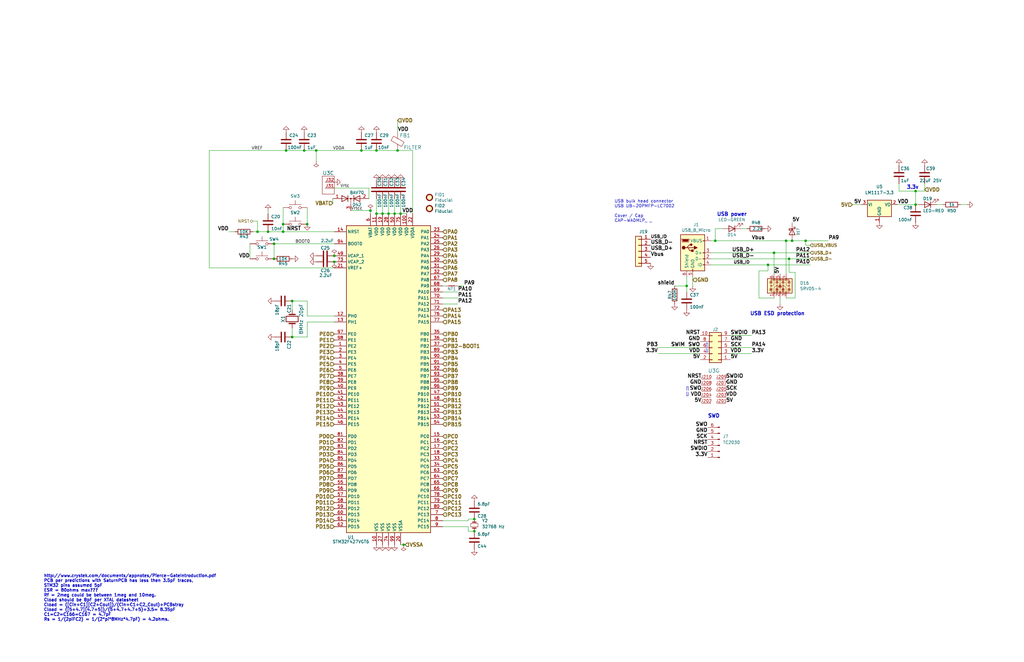
<source format=kicad_sch>
(kicad_sch (version 20211123) (generator eeschema)
  (paper "B")
  (title_block (title "microRusEFI-2L") (date "2023-04-02") (rev "R0.6.1rc") (company "rusEFI.com") (comment 1 "Donald Becker") (comment 2 "AI6OD") (comment 3 "by JRD McLAREN"))
  (junction (at 123.19 142.24))
  (junction (at 140.97 107.95))
  (junction (at 166.37 90.17))
  (junction (at 168.91 90.17))
  (junction (at 163.83 90.17))
  (junction (at 161.29 90.17))
  (junction (at 326.39 106.68))
  (junction (at 133.35 63.5))
  (junction (at 323.85 111.76))
  (junction (at 119.38 94.615))
  (junction (at 140.97 110.49))
  (junction (at 113.03 97.79))
  (junction (at 119.38 97.79))
  (junction (at 158.75 63.5))
  (junction (at 170.18 229.87))
  (junction (at 120.65 63.5))
  (junction (at 301.625 101.6))
  (junction (at 123.19 127))
  (junction (at 156.21 88.9))
  (junction (at 386.08 86.36))
  (junction (at 332.74 109.22))
  (junction (at 331.47 101.6))
  (junction (at 167.64 63.5))
  (junction (at 128.27 63.5))
  (junction (at 152.4 63.5))
  (junction (at 200.025 224.155))
  (junction (at 158.75 90.17))
  (junction (at 129.54 94.615))
  (junction (at 386.08 80.645))
  (junction (at 115.57 102.87))
  (junction (at 115.57 109.22))
  (junction (at 339.725 101.6))
  (junction (at 200.025 219.075))
  (junction (at 108.585 97.79))
  (junction (at 289.56 120.65))
  (junction (at 334.01 101.6))
  (polyline (pts (xy 290.195 163.195) (xy 290.195 167.005)))
  (wire (pts (xy 170.18 229.87) (xy 170.815 229.87)))
  (wire (pts (xy 88.265 63.5) (xy 88.265 113.03)))
  (wire (pts (xy 163.83 90.17) (xy 166.37 90.17)))
  (wire (pts (xy 301.625 96.52) (xy 301.625 101.6)))
  (wire (pts (xy 320.04 125.73) (xy 326.39 125.73)))
  (wire (pts (xy 129.54 87.63) (xy 129.54 94.615)))
  (wire (pts (xy 123.19 127) (xy 123.19 130.81)))
  (wire (pts (xy 405.13 86.36) (xy 407.67 86.36)))
  (wire (pts (xy 113.03 90.17) (xy 113.03 88.9)))
  (wire (pts (xy 129.54 127) (xy 129.54 133.35)))
  (wire (pts (xy 326.39 106.68) (xy 341.63 106.68)))
  (wire (pts (xy 186.69 128.27) (xy 193.04 128.27)))
  (polyline (pts (xy 290.195 167.005) (xy 289.56 167.005)))
  (wire (pts (xy 301.625 101.6) (xy 331.47 101.6)))
  (wire (pts (xy 119.38 87.63) (xy 119.38 94.615)))
  (wire (pts (xy 128.27 63.5) (xy 120.65 63.5)))
  (wire (pts (xy 299.72 101.6) (xy 301.625 101.6)))
  (wire (pts (xy 326.39 106.68) (xy 326.39 115.57)))
  (wire (pts (xy 379.095 80.645) (xy 386.08 80.645)))
  (wire (pts (xy 120.65 63.5) (xy 88.265 63.5)))
  (wire (pts (xy 140.97 79.375) (xy 155.575 79.375)))
  (wire (pts (xy 289.56 116.84) (xy 289.56 120.65)))
  (wire (pts (xy 186.69 219.71) (xy 197.485 219.71)))
  (wire (pts (xy 389.89 80.645) (xy 386.08 80.645)))
  (wire (pts (xy 320.04 114.3) (xy 320.04 125.73)))
  (wire (pts (xy 389.89 77.47) (xy 389.89 80.645)))
  (wire (pts (xy 156.21 88.9) (xy 156.21 90.17)))
  (wire (pts (xy 119.38 97.79) (xy 140.97 97.79)))
  (wire (pts (xy 168.91 83.82) (xy 168.91 90.17)))
  (wire (pts (xy 88.265 113.03) (xy 140.97 113.03)))
  (wire (pts (xy 105.41 109.22) (xy 105.41 102.87)))
  (polyline (pts (xy 289.56 167.005) (xy 289.56 163.195)))
  (wire (pts (xy 155.575 79.375) (xy 155.575 83.82)))
  (wire (pts (xy 307.975 146.685) (xy 316.865 146.685)))
  (wire (pts (xy 323.85 114.3) (xy 323.85 111.76)))
  (wire (pts (xy 394.97 86.36) (xy 397.51 86.36)))
  (wire (pts (xy 386.08 86.36) (xy 387.35 86.36)))
  (wire (pts (xy 129.54 135.89) (xy 129.54 142.24)))
  (wire (pts (xy 140.335 83.82) (xy 140.335 85.725)))
  (wire (pts (xy 106.68 93.345) (xy 108.585 93.345)))
  (wire (pts (xy 108.585 93.345) (xy 108.585 97.79)))
  (wire (pts (xy 106.68 97.79) (xy 108.585 97.79)))
  (wire (pts (xy 99.06 97.79) (xy 96.52 97.79)))
  (wire (pts (xy 335.28 125.73) (xy 335.28 114.935)))
  (wire (pts (xy 378.46 86.36) (xy 386.08 86.36)))
  (wire (pts (xy 133.35 63.5) (xy 133.35 67.945)))
  (wire (pts (xy 323.85 111.76) (xy 341.63 111.76)))
  (wire (pts (xy 186.69 125.73) (xy 193.04 125.73)))
  (wire (pts (xy 295.275 146.685) (xy 277.495 146.685)))
  (wire (pts (xy 331.47 101.6) (xy 331.47 115.57)))
  (wire (pts (xy 284.48 120.65) (xy 289.56 120.65)))
  (wire (pts (xy 119.38 94.615) (xy 119.38 97.79)))
  (wire (pts (xy 379.095 77.47) (xy 379.095 80.645)))
  (wire (pts (xy 168.91 229.87) (xy 170.18 229.87)))
  (wire (pts (xy 332.74 109.22) (xy 332.74 114.935)))
  (wire (pts (xy 115.57 102.87) (xy 140.97 102.87)))
  (wire (pts (xy 292.1 116.84) (xy 292.1 120.65)))
  (polyline (pts (xy 298.45 144.78) (xy 298.45 148.59)))
  (wire (pts (xy 186.69 120.65) (xy 187.96 120.65)))
  (wire (pts (xy 299.72 106.68) (xy 326.39 106.68)))
  (wire (pts (xy 323.85 114.3) (xy 320.04 114.3)))
  (wire (pts (xy 158.75 90.17) (xy 161.29 90.17)))
  (wire (pts (xy 331.47 125.73) (xy 335.28 125.73)))
  (wire (pts (xy 140.97 135.89) (xy 129.54 135.89)))
  (wire (pts (xy 161.29 83.82) (xy 161.29 90.17)))
  (wire (pts (xy 113.03 97.79) (xy 119.38 97.79)))
  (wire (pts (xy 307.975 149.225) (xy 316.865 149.225)))
  (wire (pts (xy 173.99 63.5) (xy 167.64 63.5)))
  (wire (pts (xy 289.56 120.65) (xy 289.56 123.19)))
  (polyline (pts (xy 298.45 148.59) (xy 297.815 148.59)))
  (wire (pts (xy 299.72 109.22) (xy 332.74 109.22)))
  (wire (pts (xy 173.99 63.5) (xy 173.99 90.17)))
  (wire (pts (xy 295.275 149.225) (xy 277.495 149.225)))
  (wire (pts (xy 332.74 109.22) (xy 341.63 109.22)))
  (wire (pts (xy 133.35 63.5) (xy 152.4 63.5)))
  (wire (pts (xy 339.725 101.6) (xy 349.25 101.6)))
  (wire (pts (xy 386.08 80.645) (xy 386.08 86.36)))
  (polyline (pts (xy 297.815 148.59) (xy 297.815 144.78)))
  (wire (pts (xy 161.29 90.17) (xy 163.83 90.17)))
  (polyline (pts (xy 297.815 144.78) (xy 298.45 144.78)))
  (wire (pts (xy 108.585 97.79) (xy 113.03 97.79)))
  (wire (pts (xy 339.725 103.505) (xy 339.725 101.6)))
  (wire (pts (xy 334.01 101.6) (xy 339.725 101.6)))
  (wire (pts (xy 133.35 63.5) (xy 128.27 63.5)))
  (wire (pts (xy 186.69 222.25) (xy 197.485 222.25)))
  (wire (pts (xy 341.63 103.505) (xy 339.725 103.505)))
  (wire (pts (xy 197.485 219.71) (xy 197.485 219.075)))
  (wire (pts (xy 328.93 128.27) (xy 328.93 125.73)))
  (wire (pts (xy 197.485 219.075) (xy 200.025 219.075)))
  (wire (pts (xy 197.485 222.25) (xy 197.485 224.155)))
  (wire (pts (xy 167.64 50.8) (xy 167.64 55.88)))
  (wire (pts (xy 168.91 90.17) (xy 171.45 90.17)))
  (wire (pts (xy 140.97 133.35) (xy 129.54 133.35)))
  (wire (pts (xy 163.83 83.82) (xy 163.83 90.17)))
  (wire (pts (xy 115.57 109.22) (xy 115.57 102.87)))
  (wire (pts (xy 312.42 96.52) (xy 314.96 96.52)))
  (wire (pts (xy 301.625 96.52) (xy 304.8 96.52)))
  (wire (pts (xy 166.37 90.17) (xy 168.91 90.17)))
  (wire (pts (xy 123.19 138.43) (xy 123.19 142.24)))
  (wire (pts (xy 332.74 114.935) (xy 335.28 114.935)))
  (wire (pts (xy 363.22 86.36) (xy 359.41 86.36)))
  (wire (pts (xy 331.47 101.6) (xy 334.01 101.6)))
  (wire (pts (xy 152.4 63.5) (xy 158.75 63.5)))
  (polyline (pts (xy 289.56 163.195) (xy 290.195 163.195)))
  (wire (pts (xy 129.54 127) (xy 123.19 127)))
  (wire (pts (xy 193.04 120.65) (xy 195.58 120.65)))
  (wire (pts (xy 129.54 142.24) (xy 123.19 142.24)))
  (wire (pts (xy 197.485 224.155) (xy 200.025 224.155)))
  (wire (pts (xy 158.75 63.5) (xy 167.64 63.5)))
  (wire (pts (xy 299.72 111.76) (xy 323.85 111.76)))
  (wire (pts (xy 307.975 141.605) (xy 316.865 141.605)))
  (wire (pts (xy 186.69 123.19) (xy 193.04 123.19)))
  (wire (pts (xy 147.955 88.9) (xy 156.21 88.9)))
  (wire (pts (xy 158.75 83.82) (xy 158.75 90.17)))
  (wire (pts (xy 166.37 83.82) (xy 166.37 90.17)))
  (text "SWD" (at 298.45 176.53 0) (effects (font (size 1.524 1.524) (thickness 0.3048) bold) (justify left bottom)))
  (text "USB bulk head connector\nUSB UB-20PMFP-LC7002\n\nCover / Cap\nCAP-WADMLP_ _" (at 259.08 93.98 0) (effects (font (size 1.27 1.27)) (justify left bottom)))
  (text "http://www.crystek.com/documents/appnotes/Pierce-GateIntroduction.pdf\nPCB per predictions with SaturnPCB has less then 3.5pF traces, \nSTM32 pins assumed 5pF\nESR = 80ohms max???\nRf = 2meg could be between 1meg and 10meg.\nCload should be 8pF per XTAL datasheet\nCload = ([Cin+C1][C2+Cout])/(Cin+C1+C2_Cout)+PCBstray\nCload = ([5+4.7][4.7+5])/(5+4.7+4.7+5)+3.5= 8.35pF\nC1=C2=C166=C167 = 4.7pF\nRs = 1/(2piFC2) = 1/(2*pi*8MHz*4.7pF) = 4.2ohms. " (at 18.415 262.255 0) (effects (font (size 1.27 1.27) (thickness 0.254) bold) (justify left bottom)))
  (text "3.3v" (at 382.27 80.01 0) (effects (font (size 1.524 1.524) (thickness 0.3048) bold) (justify left bottom)))
  (text "USB power" (at 302.26 91.44 0) (effects (font (size 1.524 1.524) (thickness 0.3048) bold) (justify left bottom)))
  (text "USB ESD protection" (at 316.23 133.35 0) (effects (font (size 1.524 1.524) (thickness 0.3048) bold) (justify left bottom)))
  (label "3.3V" (at 277.495 149.225 180) (effects (font (size 1.524 1.524) (thickness 0.3048) bold)))
  (label "GND" (at 298.45 182.88 180) (effects (font (size 1.524 1.524) (thickness 0.3048) bold)))
  (label "NRST" (at 295.275 141.605 180) (effects (font (size 1.524 1.524) (thickness 0.3048) bold)))
  (label "USB_D-" (at 274.32 103.505 0) (effects (font (size 1.524 1.524) (thickness 0.3048) bold)))
  (label "PA12" (at 193.04 128.27 0) (effects (font (size 1.524 1.524) (thickness 0.3048) bold)))
  (label "VDD" (at 169.545 90.17 0) (effects (font (size 1.524 1.524) (thickness 0.3048) bold)))
  (label "VDD" (at 378.46 86.36 0) (effects (font (size 1.524 1.524) (thickness 0.3048) bold)))
  (label "SCK" (at 298.45 185.42 180) (effects (font (size 1.524 1.524) (thickness 0.3048) bold)))
  (label "5V" (at 295.275 151.765 180) (effects (font (size 1.524 1.524) (thickness 0.3048) bold)))
  (label "3.3V" (at 316.865 149.225 0) (effects (font (size 1.524 1.524) (thickness 0.3048) bold)))
  (label "USB_ID" (at 274.32 100.965 0) (effects (font (thickness 0.254) bold)))
  (label "shield" (at 284.48 120.65 180) (effects (font (size 1.524 1.524) (thickness 0.3048) bold)))
  (label "SWO" (at 295.91 165.1 180) (effects (font (size 1.524 1.524) (thickness 0.3048) bold)))
  (label "SWDIO" (at 307.975 141.605 0) (effects (font (size 1.524 1.524) (thickness 0.3048) bold)))
  (label "VREF" (at 106.045 63.5 0))
  (label "Vrtc" (at 143.51 79.375 0))
  (label "NRST" (at 127 97.79 180) (effects (font (size 1.524 1.524) (thickness 0.3048) bold)))
  (label "USB_ID" (at 309.245 111.76 0) (effects (font (thickness 0.254) bold)))
  (label "SWIM" (at 288.925 146.685 180) (effects (font (size 1.524 1.524) (thickness 0.3048) bold)))
  (label "PA10" (at 193.04 123.19 0) (effects (font (size 1.524 1.524) (thickness 0.3048) bold)))
  (label "5V" (at 307.975 151.765 0) (effects (font (size 1.524 1.524) (thickness 0.3048) bold)))
  (label "SWO" (at 295.275 146.685 180) (effects (font (size 1.524 1.524) (thickness 0.3048) bold)))
  (label "GND" (at 295.275 144.145 180) (effects (font (size 1.524 1.524) (thickness 0.3048) bold)))
  (label "NRST" (at 298.45 187.96 180) (effects (font (size 1.524 1.524) (thickness 0.3048) bold)))
  (label "VDD" (at 307.975 149.225 0) (effects (font (size 1.524 1.524) (thickness 0.3048) bold)))
  (label "VDD" (at 295.275 149.225 180) (effects (font (size 1.524 1.524) (thickness 0.3048) bold)))
  (label "PB3" (at 277.495 146.685 180) (effects (font (size 1.524 1.524) (thickness 0.3048) bold)))
  (label "5V" (at 363.22 86.36 180) (effects (font (size 1.524 1.524) (thickness 0.3048) bold)))
  (label "GND" (at 306.07 162.56 0) (effects (font (size 1.524 1.524) (thickness 0.3048) bold)))
  (label "PA12" (at 341.63 106.68 180) (effects (font (size 1.524 1.524) (thickness 0.3048) bold)))
  (label "PA11" (at 193.04 125.73 0) (effects (font (size 1.524 1.524) (thickness 0.3048) bold)))
  (label "USB_D+" (at 274.32 106.045 0) (effects (font (size 1.524 1.524) (thickness 0.3048) bold)))
  (label "PA13" (at 316.865 141.605 0) (effects (font (size 1.524 1.524) (thickness 0.3048) bold)))
  (label "PA14" (at 316.865 146.685 0) (effects (font (size 1.524 1.524) (thickness 0.3048) bold)))
  (label "3.3V" (at 298.45 193.04 180) (effects (font (size 1.524 1.524) (thickness 0.3048) bold)))
  (label "SWDIO" (at 306.07 160.02 0) (effects (font (size 1.524 1.524) (thickness 0.3048) bold)))
  (label "Vrtcc" (at 147.955 88.9 0))
  (label "GND" (at 307.975 144.145 0) (effects (font (size 1.524 1.524) (thickness 0.3048) bold)))
  (label "PA11" (at 341.63 109.22 180) (effects (font (size 1.524 1.524) (thickness 0.3048) bold)))
  (label "SCK" (at 306.07 165.1 0) (effects (font (size 1.524 1.524) (thickness 0.3048) bold)))
  (label "5V" (at 306.07 170.18 0) (effects (font (size 1.524 1.524) (thickness 0.3048) bold)))
  (label "VDD" (at 105.41 109.22 180) (effects (font (size 1.524 1.524) (thickness 0.3048) bold)))
  (label "BOOT0" (at 124.46 102.87 0))
  (label "PA9" (at 349.25 101.6 0) (effects (font (size 1.524 1.524) (thickness 0.3048) bold)))
  (label "VDD" (at 295.91 167.64 180) (effects (font (size 1.524 1.524) (thickness 0.3048) bold)))
  (label "5V" (at 295.91 170.18 180) (effects (font (size 1.524 1.524) (thickness 0.3048) bold)))
  (label "NRST" (at 295.91 160.02 180) (effects (font (size 1.524 1.524) (thickness 0.3048) bold)))
  (label "5V" (at 334.01 93.98 0) (effects (font (size 1.524 1.524) (thickness 0.3048) bold)))
  (label "USB_D+" (at 308.61 106.68 0) (effects (font (size 1.524 1.524) (thickness 0.3048) bold)))
  (label "GND" (at 295.91 162.56 180) (effects (font (size 1.524 1.524) (thickness 0.3048) bold)))
  (label "Vbus" (at 274.32 108.585 0) (effects (font (size 1.524 1.524) (thickness 0.3048) bold)))
  (label "VDD" (at 96.52 97.79 180) (effects (font (size 1.524 1.524) (thickness 0.3048) bold)))
  (label "VDD" (at 167.64 55.88 0) (effects (font (size 1.524 1.524) (thickness 0.3048) bold)))
  (label "5V" (at 328.93 115.57 90) (effects (font (size 1.524 1.524) (thickness 0.3048) bold)))
  (label "SCK" (at 307.975 146.685 0) (effects (font (size 1.524 1.524) (thickness 0.3048) bold)))
  (label "SWO" (at 298.45 180.34 180) (effects (font (size 1.524 1.524) (thickness 0.3048) bold)))
  (label "SWDIO" (at 298.45 190.5 180) (effects (font (size 1.524 1.524) (thickness 0.3048) bold)))
  (label "VDD" (at 306.07 167.64 0) (effects (font (size 1.524 1.524) (thickness 0.3048) bold)))
  (label "PA10" (at 341.63 111.76 180) (effects (font (size 1.524 1.524) (thickness 0.3048) bold)))
  (label "Vbus" (at 322.58 101.6 180) (effects (font (size 1.524 1.524) (thickness 0.3048) bold)))
  (label "USB_D-" (at 308.61 109.22 0) (effects (font (size 1.524 1.524) (thickness 0.3048) bold)))
  (label "PA9" (at 195.58 120.65 0) (effects (font (size 1.524 1.524) (thickness 0.3048) bold)))
  (label "VDDA" (at 140.335 63.5 0))
  (hierarchical_label "PA2" (shape input) (at 186.69 102.87 0) (effects (font (size 1.524 1.524) (thickness 0.3048) bold)))
  (hierarchical_label "PD14" (shape input) (at 140.97 219.71 180) (effects (font (size 1.524 1.524) (thickness 0.3048) bold)))
  (hierarchical_label "PA5" (shape input) (at 186.69 110.49 0) (effects (font (size 1.524 1.524) (thickness 0.3048) bold)))
  (hierarchical_label "PB8" (shape input) (at 186.69 161.29 0) (effects (font (size 1.524 1.524) (thickness 0.3048) bold)))
  (hierarchical_label "PE3" (shape input) (at 140.97 148.59 180) (effects (font (size 1.524 1.524) (thickness 0.3048) bold)))
  (hierarchical_label "PD9" (shape input) (at 140.97 207.01 180) (effects (font (size 1.524 1.524) (thickness 0.3048) bold)))
  (hierarchical_label "USB_D-" (shape input) (at 341.63 109.22 0) (effects (font (thickness 0.254) bold)))
  (hierarchical_label "PA8" (shape input) (at 186.69 118.11 0) (effects (font (size 1.524 1.524) (thickness 0.3048) bold)))
  (hierarchical_label "PC1" (shape input) (at 186.69 186.69 0) (effects (font (size 1.524 1.524) (thickness 0.3048) bold)))
  (hierarchical_label "PE2" (shape input) (at 140.97 146.05 180) (effects (font (size 1.524 1.524) (thickness 0.3048) bold)))
  (hierarchical_label "5V" (shape input) (at 359.41 86.36 180) (effects (font (size 1.524 1.524) (thickness 0.3048) bold)))
  (hierarchical_label "PC12" (shape input) (at 186.69 214.63 0) (effects (font (size 1.524 1.524) (thickness 0.3048) bold)))
  (hierarchical_label "PE15" (shape input) (at 140.97 179.07 180) (effects (font (size 1.524 1.524) (thickness 0.3048) bold)))
  (hierarchical_label "USB_VBUS" (shape input) (at 341.63 103.505 0) (effects (font (thickness 0.254) bold)))
  (hierarchical_label "PA0" (shape input) (at 186.69 97.79 0) (effects (font (size 1.524 1.524) (thickness 0.3048) bold)))
  (hierarchical_label "PA15" (shape input) (at 186.69 135.89 0) (effects (font (size 1.524 1.524) (thickness 0.3048) bold)))
  (hierarchical_label "PC8" (shape input) (at 186.69 204.47 0) (effects (font (size 1.524 1.524) (thickness 0.3048) bold)))
  (hierarchical_label "PD11" (shape input) (at 140.97 212.09 180) (effects (font (size 1.524 1.524) (thickness 0.3048) bold)))
  (hierarchical_label "PE13" (shape input) (at 140.97 173.99 180) (effects (font (size 1.524 1.524) (thickness 0.3048) bold)))
  (hierarchical_label "PA1" (shape input) (at 186.69 100.33 0) (effects (font (size 1.524 1.524) (thickness 0.3048) bold)))
  (hierarchical_label "PD1" (shape input) (at 140.97 186.69 180) (effects (font (size 1.524 1.524) (thickness 0.3048) bold)))
  (hierarchical_label "PB5" (shape input) (at 186.69 153.67 0) (effects (font (size 1.524 1.524) (thickness 0.3048) bold)))
  (hierarchical_label "PC0" (shape input) (at 186.69 184.15 0) (effects (font (size 1.524 1.524) (thickness 0.3048) bold)))
  (hierarchical_label "VSSA" (shape input) (at 170.815 229.87 0) (effects (font (size 1.524 1.524) (thickness 0.3048) bold)))
  (hierarchical_label "PC6" (shape input) (at 186.69 199.39 0) (effects (font (size 1.524 1.524) (thickness 0.3048) bold)))
  (hierarchical_label "PD12" (shape input) (at 140.97 214.63 180) (effects (font (size 1.524 1.524) (thickness 0.3048) bold)))
  (hierarchical_label "PB3" (shape input) (at 186.69 148.59 0) (effects (font (size 1.524 1.524) (thickness 0.3048) bold)))
  (hierarchical_label "PE14" (shape input) (at 140.97 176.53 180) (effects (font (size 1.524 1.524) (thickness 0.3048) bold)))
  (hierarchical_label "PC9" (shape input) (at 186.69 207.01 0) (effects (font (size 1.524 1.524) (thickness 0.3048) bold)))
  (hierarchical_label "PD7" (shape input) (at 140.97 201.93 180) (effects (font (size 1.524 1.524) (thickness 0.3048) bold)))
  (hierarchical_label "PB0" (shape input) (at 186.69 140.97 0) (effects (font (size 1.524 1.524) (thickness 0.3048) bold)))
  (hierarchical_label "NRST" (shape bidirectional) (at 106.68 93.345 180))
  (hierarchical_label "PB9" (shape input) (at 186.69 163.83 0) (effects (font (size 1.524 1.524) (thickness 0.3048) bold)))
  (hierarchical_label "PD13" (shape input) (at 140.97 217.17 180) (effects (font (size 1.524 1.524) (thickness 0.3048) bold)))
  (hierarchical_label "PB13" (shape input) (at 186.69 173.99 0) (effects (font (size 1.524 1.524) (thickness 0.3048) bold)))
  (hierarchical_label "VDD" (shape input) (at 389.89 80.01 0) (effects (font (size 1.524 1.524) (thickness 0.3048) bold)))
  (hierarchical_label "PB1" (shape input) (at 186.69 143.51 0) (effects (font (size 1.524 1.524) (thickness 0.3048) bold)))
  (hierarchical_label "VDD" (shape input) (at 167.64 50.8 0) (effects (font (size 1.524 1.524) (thickness 0.3048) bold)))
  (hierarchical_label "PC10" (shape input) (at 186.69 209.55 0) (effects (font (size 1.524 1.524) (thickness 0.3048) bold)))
  (hierarchical_label "PE9" (shape input) (at 140.97 163.83 180) (effects (font (size 1.524 1.524) (thickness 0.3048) bold)))
  (hierarchical_label "PD0" (shape input) (at 140.97 184.15 180) (effects (font (size 1.524 1.524) (thickness 0.3048) bold)))
  (hierarchical_label "PA3" (shape input) (at 186.69 105.41 0) (effects (font (size 1.524 1.524) (thickness 0.3048) bold)))
  (hierarchical_label "PB4" (shape input) (at 186.69 151.13 0) (effects (font (size 1.524 1.524) (thickness 0.3048) bold)))
  (hierarchical_label "PB6" (shape input) (at 186.69 156.21 0) (effects (font (size 1.524 1.524) (thickness 0.3048) bold)))
  (hierarchical_label "PE5" (shape input) (at 140.97 153.67 180) (effects (font (size 1.524 1.524) (thickness 0.3048) bold)))
  (hierarchical_label "PE12" (shape input) (at 140.97 171.45 180) (effects (font (size 1.524 1.524) (thickness 0.3048) bold)))
  (hierarchical_label "PC5" (shape input) (at 186.69 196.85 0) (effects (font (size 1.524 1.524) (thickness 0.3048) bold)))
  (hierarchical_label "PC11" (shape input) (at 186.69 212.09 0) (effects (font (size 1.524 1.524) (thickness 0.3048) bold)))
  (hierarchical_label "PD4" (shape input) (at 140.97 194.31 180) (effects (font (size 1.524 1.524) (thickness 0.3048) bold)))
  (hierarchical_label "GND" (shape input) (at 292.1 118.11 0) (effects (font (size 1.524 1.524) (thickness 0.3048) bold)))
  (hierarchical_label "PE11" (shape input) (at 140.97 168.91 180) (effects (font (size 1.524 1.524) (thickness 0.3048) bold)))
  (hierarchical_label "PE4" (shape input) (at 140.97 151.13 180) (effects (font (size 1.524 1.524) (thickness 0.3048) bold)))
  (hierarchical_label "PA6" (shape input) (at 186.69 113.03 0) (effects (font (size 1.524 1.524) (thickness 0.3048) bold)))
  (hierarchical_label "PD10" (shape input) (at 140.97 209.55 180) (effects (font (size 1.524 1.524) (thickness 0.3048) bold)))
  (hierarchical_label "PD2" (shape input) (at 140.97 189.23 180) (effects (font (size 1.524 1.524) (thickness 0.3048) bold)))
  (hierarchical_label "PE6" (shape input) (at 140.97 156.21 180) (effects (font (size 1.524 1.524) (thickness 0.3048) bold)))
  (hierarchical_label "PC4" (shape input) (at 186.69 194.31 0) (effects (font (size 1.524 1.524) (thickness 0.3048) bold)))
  (hierarchical_label "PE0" (shape input) (at 140.97 140.97 180) (effects (font (size 1.524 1.524) (thickness 0.3048) bold)))
  (hierarchical_label "PD8" (shape input) (at 140.97 204.47 180) (effects (font (size 1.524 1.524) (thickness 0.3048) bold)))
  (hierarchical_label "PB15" (shape input) (at 186.69 179.07 0) (effects (font (size 1.524 1.524) (thickness 0.3048) bold)))
  (hierarchical_label "PB14" (shape input) (at 186.69 176.53 0) (effects (font (size 1.524 1.524) (thickness 0.3048) bold)))
  (hierarchical_label "PC7" (shape input) (at 186.69 201.93 0) (effects (font (size 1.524 1.524) (thickness 0.3048) bold)))
  (hierarchical_label "PE7" (shape input) (at 140.97 158.75 180) (effects (font (size 1.524 1.524) (thickness 0.3048) bold)))
  (hierarchical_label "PB2-BOOT1" (shape input) (at 186.69 146.05 0) (effects (font (size 1.524 1.524) (thickness 0.3048) bold)))
  (hierarchical_label "PC3" (shape input) (at 186.69 191.77 0) (effects (font (size 1.524 1.524) (thickness 0.3048) bold)))
  (hierarchical_label "PE1" (shape input) (at 140.97 143.51 180) (effects (font (size 1.524 1.524) (thickness 0.3048) bold)))
  (hierarchical_label "PB12" (shape input) (at 186.69 171.45 0) (effects (font (size 1.524 1.524) (thickness 0.3048) bold)))
  (hierarchical_label "PC2" (shape input) (at 186.69 189.23 0) (effects (font (size 1.524 1.524) (thickness 0.3048) bold)))
  (hierarchical_label "PD6" (shape input) (at 140.97 199.39 180) (effects (font (size 1.524 1.524) (thickness 0.3048) bold)))
  (hierarchical_label "PE8" (shape input) (at 140.97 161.29 180) (effects (font (size 1.524 1.524) (thickness 0.3048) bold)))
  (hierarchical_label "PA14" (shape input) (at 186.69 133.35 0) (effects (font (size 1.524 1.524) (thickness 0.3048) bold)))
  (hierarchical_label "PB11" (shape input) (at 186.69 168.91 0) (effects (font (size 1.524 1.524) (thickness 0.3048) bold)))
  (hierarchical_label "USB_D+" (shape input) (at 341.63 106.68 0) (effects (font (thickness 0.254) bold)))
  (hierarchical_label "PB7" (shape input) (at 186.69 158.75 0) (effects (font (size 1.524 1.524) (thickness 0.3048) bold)))
  (hierarchical_label "PD3" (shape input) (at 140.97 191.77 180) (effects (font (size 1.524 1.524) (thickness 0.3048) bold)))
  (hierarchical_label "PE10" (shape input) (at 140.97 166.37 180) (effects (font (size 1.524 1.524) (thickness 0.3048) bold)))
  (hierarchical_label "PA13" (shape input) (at 186.69 130.81 0) (effects (font (size 1.524 1.524) (thickness 0.3048) bold)))
  (hierarchical_label "PB10" (shape input) (at 186.69 166.37 0) (effects (font (size 1.524 1.524) (thickness 0.3048) bold)))
  (hierarchical_label "PC13" (shape input) (at 186.69 217.17 0) (effects (font (size 1.524 1.524) (thickness 0.3048) bold)))
  (hierarchical_label "PD5" (shape input) (at 140.97 196.85 180) (effects (font (size 1.524 1.524) (thickness 0.3048) bold)))
  (hierarchical_label "PA7" (shape input) (at 186.69 115.57 0) (effects (font (size 1.524 1.524) (thickness 0.3048) bold)))
  (hierarchical_label "VBAT" (shape input) (at 140.335 85.725 180) (effects (font (size 1.524 1.524) (thickness 0.3048) bold)))
  (hierarchical_label "PD15" (shape input) (at 140.97 222.25 180) (effects (font (size 1.524 1.524) (thickness 0.3048) bold)))
  (hierarchical_label "PA4" (shape input) (at 186.69 107.95 0) (effects (font (size 1.524 1.524) (thickness 0.3048) bold)))
  (symbol (lib_id "power:GND") (at 158.75 229.87 0) (unit 1)
    (property "Reference" "#PWR0108" (effects hide))
    (property "Value" "GND" (effects hide))
  )
  (symbol (lib_id "Device:C") (at 137.16 107.95 270) (unit 1)
    (property "Reference" "C25" (at 137.16 104.648 90))
    (property "Value" "2.2uF" (at 135.255 101.6 90) (effects (justify left)))
    (property "Footprint" "Capacitor_SMD:C_0603_1608Metric" (effects hide))
    (property "PageName" "stm32f407_board" (effects hide))
    (property "Part #" "GRM188R6YA225KA12D" (effects hide))
    (property "VEND" "DIGI" (effects hide))
    (property "VEND#" "490-7204-1-ND" (effects hide))
    (property "Manufacturer" "MURATA" (effects hide))
    (property "LCSC" "C23630" (effects hide))
  )
  (symbol (lib_id "Device:C") (at 137.16 110.49 270) (unit 1)
    (property "Reference" "C26" (at 137.16 114.173 90))
    (property "Value" "2.2uF" (at 134.62 116.205 90) (effects (justify left)))
    (property "Footprint" "Capacitor_SMD:C_0603_1608Metric" (effects hide))
    (property "PageName" "stm32f407_board" (effects hide))
    (property "LCSC" "C23630" (effects hide))
    (property "Part #" "GRM188R6YA225KA12D" (effects hide))
    (property "VEND" "DIGI" (effects hide))
    (property "VEND#" "490-7204-1-ND" (effects hide))
    (property "Manufacturer" "MURATA" (effects hide))
  )
  (symbol (lib_id "power:GND") (at 133.35 107.95 270) (unit 1)
    (property "Reference" "#PWR0111" (effects hide))
    (property "Value" "GND" (effects hide))
  )
  (symbol (lib_id "power:GND") (at 133.35 110.49 270) (unit 1)
    (property "Reference" "#PWR0112" (effects hide))
    (property "Value" "GND" (effects hide))
  )
  (symbol (lib_id "Device:Crystal") (at 123.19 134.62 90) (unit 1)
    (property "Reference" "X1" (at 119.38 134.62 0) (effects (font (size 1.524 1.524))))
    (property "Value" "8MHz 20pF" (at 127 134.62 0) (effects (font (size 1.524 1.524))))
    (property "Footprint" "Crystal:Crystal_SMD_5032-2Pin_5.0x3.2mm" (effects hide))
    (property "PageName" "stm32f407_board" (effects hide))
    (property "LCSC" "C115962" (effects hide))
  )
  (symbol (lib_id "Device:C") (at 152.4 59.69 0) (unit 1)
    (property "Reference" "C27" (at 153.67 57.15 0) (effects (justify left)))
    (property "Value" "1uF" (at 153.67 62.23 0) (effects (justify left)))
    (property "Footprint" "Capacitor_SMD:C_0603_1608Metric" (effects hide))
    (property "Part #" "UMK107BJ105KA-T" (effects hide))
    (property "VEND" "DIGI" (effects hide))
    (property "VEND#" "587-2400-1-ND" (effects hide))
    (property "Manufacturer" "Taiyo Yuden" (effects hide))
    (property "LCSC" "C15849" (effects hide))
  )
  (symbol (lib_id "Device:C") (at 158.75 59.69 0) (unit 1)
    (property "Reference" "C29" (at 160.02 57.15 0) (effects (justify left)))
    (property "Value" "10nF" (at 159.385 62.23 0) (effects (justify left)))
    (property "Footprint" "Capacitor_SMD:C_0603_1608Metric" (effects hide))
    (property "Part #" "C0603C103K1RACTU" (effects hide))
    (property "VEND" "DIGI" (effects hide))
    (property "VEND#" "399-3189-1-ND" (effects hide))
    (property "Manufacturer" "KEMET" (effects hide))
    (property "LCSC" "C57112" (effects hide))
  )
  (symbol (lib_id "power:GND") (at 158.75 55.88 180) (unit 1)
    (property "Reference" "#PWR0115" (effects hide))
    (property "Value" "GND" (effects hide))
  )
  (symbol (lib_id "Device:C") (at 166.37 80.01 0) (unit 1)
    (property "Reference" "C33" (at 167.64 78.74 90) (effects (justify left)))
    (property "Value" "100nF" (at 167.64 87.63 90) (effects (justify left)))
    (property "Footprint" "Capacitor_SMD:C_0603_1608Metric" (effects hide))
    (property "PageName" "stm32f407_board" (effects hide))
    (property "LCSC" "C14663" (effects hide))
    (property "Manufacturer" "KEMET" (effects hide))
    (property "Part #" "C0603C104J5RACTU" (effects hide))
    (property "VEND" "DIGI" (effects hide))
    (property "VEND#" "399-7844-1-ND" (effects hide))
  )
  (symbol (lib_id "power:GND") (at 166.37 76.2 180) (unit 1)
    (property "Reference" "#PWR0123" (effects hide))
    (property "Value" "GND" (effects hide))
  )
  (symbol (lib_id "Device:D_Schottky") (at 334.01 97.79 270) (unit 1)
    (property "Reference" "D17" (at 336.55 97.79 0) (effects (font (size 1.016 1.016))))
    (property "Value" "B5819W" (effects hide))
    (property "Footprint" "Diode_SMD:D_SOD-123" (effects hide))
    (property "LCSC" "C8598" (effects hide))
  )
  (symbol (lib_id "Device:Ferrite_Bead") (at 167.64 59.69 0) (unit 1)
    (property "Reference" "FB1" (at 170.815 57.15 0) (effects (font (size 1.524 1.524))))
    (property "Value" "FILTER" (at 173.99 62.23 0) (effects (font (size 1.524 1.524))))
    (property "Footprint" "Resistor_SMD:R_0603_1608Metric_Pad1.05x0.95mm_HandSolder" (effects hide))
    (property "PageName" "stm32f407_board" (effects hide))
    (property "Part #" "BLM21PG221SN1D" (effects hide))
    (property "VEND" "DIGI" (effects hide))
    (property "VEND#" "490-1054-1-ND" (effects hide))
    (property "Manufacturer" "Murata " (effects hide))
    (property "LCSC" "C1034" (effects hide))
  )
  (symbol (lib_id "power:GND") (at 163.83 229.87 0) (unit 1)
    (property "Reference" "#PWR0117" (effects hide))
    (property "Value" "GND" (effects hide))
  )
  (symbol (lib_id "power:GND") (at 152.4 55.88 180) (unit 1)
    (property "Reference" "#PWR0114" (effects hide))
    (property "Value" "GND" (effects hide))
  )
  (symbol (lib_id "Device:R") (at 102.87 97.79 90) (mirror x) (unit 1)
    (property "Reference" "R43" (at 102.87 99.822 90))
    (property "Value" "10K" (at 102.87 97.79 90))
    (property "Footprint" "Resistor_SMD:R_0603_1608Metric" (effects hide))
    (property "Datasheet" "TBD" (effects hide))
    (property "Part #" "RMCF0603JT10K0" (effects hide))
    (property "VEND" "DIGI" (effects hide))
    (property "VEND#" "RMCF0603JT10K0CT-ND" (effects hide))
    (property "Manufacturer" "StackPole" (effects hide))
    (property "LCSC" "C25804" (effects hide))
  )
  (symbol (lib_id "power:GND") (at 113.03 88.9 180) (unit 1)
    (property "Reference" "#PWR0120" (effects hide))
    (property "Value" "GND" (effects hide))
  )
  (symbol (lib_id "Device:C") (at 168.91 80.01 0) (unit 1)
    (property "Reference" "C34" (at 170.18 78.74 90) (effects (justify left)))
    (property "Value" "100nF" (at 170.18 87.63 90) (effects (justify left)))
    (property "Footprint" "Capacitor_SMD:C_0603_1608Metric" (effects hide))
    (property "PageName" "stm32f407_board" (effects hide))
    (property "LCSC" "C14663" (effects hide))
    (property "Manufacturer" "KEMET" (effects hide))
    (property "Part #" "C0603C104J5RACTU" (effects hide))
    (property "VEND" "DIGI" (effects hide))
    (property "VEND#" "399-7844-1-ND" (effects hide))
  )
  (symbol (lib_id "power:GND") (at 168.91 76.2 180) (unit 1)
    (property "Reference" "#PWR0122" (effects hide))
    (property "Value" "GND" (effects hide))
  )
  (symbol (lib_id "power:GND") (at 166.37 229.87 0) (unit 1)
    (property "Reference" "#PWR0125" (effects hide))
    (property "Value" "GND" (effects hide))
  )
  (symbol (lib_id "power:GND") (at 161.29 229.87 0) (unit 1)
    (property "Reference" "#PWR0127" (effects hide))
    (property "Value" "GND" (effects hide))
  )
  (symbol (lib_id "power:GND") (at 389.89 69.85 180) (unit 1)
    (property "Reference" "#PWR0101" (effects hide))
    (property "Value" "GND" (effects hide))
  )
  (symbol (lib_id "Device:C") (at 119.38 142.24 270) (unit 1)
    (property "Reference" "C22" (at 121.92 143.51 0) (effects (justify left)))
    (property "Value" "18pF" (at 116.84 143.51 0) (effects (justify left)))
    (property "Footprint" "Capacitor_SMD:C_0603_1608Metric" (effects hide))
    (property "PageName" "stm32f407_board" (effects hide))
    (property "Part #" "CL10C180JB8NNNC" (effects hide))
    (property "VEND" "DIGI" (effects hide))
    (property "VEND#" "1276-1089-1-ND" (effects hide))
    (property "LCSC" "C1647" (effects hide))
  )
  (symbol (lib_id "power:GND") (at 115.57 127 270) (unit 1)
    (property "Reference" "#PWR0141" (effects hide))
    (property "Value" "GND" (effects hide))
  )
  (symbol (lib_id "power:GND") (at 115.57 142.24 270) (unit 1)
    (property "Reference" "#PWR0157" (effects hide))
    (property "Value" "GND" (effects hide))
  )
  (symbol (lib_id "Device:R") (at 318.77 96.52 270) (mirror x) (unit 1)
    (property "Reference" "R48" (at 318.77 93.98 90))
    (property "Value" "2.2k" (at 319.405 96.52 90))
    (property "Footprint" "Resistor_SMD:R_0603_1608Metric" (effects hide))
    (property "PageName" "stm32f407_board" (effects hide))
    (property "Part #" "RMCF0603FT2K20" (effects hide))
    (property "VEND" "DIGI" (effects hide))
    (property "VEND#" "RMCF0603FT2K20CT-ND" (effects hide))
    (property "Manufacturer" "StackPole" (effects hide))
    (property "LCSC" "C4190" (effects hide))
  )
  (symbol (lib_id "power:GND") (at 322.58 96.52 90) (unit 1)
    (property "Reference" "#PWR0104" (effects hide))
    (property "Value" "GND" (effects hide))
  )
  (symbol (lib_id "power:GND") (at 328.93 128.27 0) (unit 1)
    (property "Reference" "#PWR0105" (effects hide))
    (property "Value" "GND" (effects hide))
  )
  (symbol (lib_id "Device:LED") (at 308.61 96.52 180) (unit 1)
    (property "Reference" "D14" (at 308.61 99.06 0))
    (property "Value" "LED-GREEN" (at 308.61 92.71 0))
    (property "Footprint" "LED_SMD:LED_0603_1608Metric" (effects hide))
    (property "PageName" "stm32f407_board" (effects hide))
    (property "LCSC" "C2297" (effects hide))
  )
  (symbol (lib_id "power:GND") (at 284.48 128.27 0) (unit 1)
    (property "Reference" "#PWR0143" (effects hide))
    (property "Value" "GND" (effects hide))
  )
  (symbol (lib_id "Device:C") (at 163.83 80.01 0) (unit 1)
    (property "Reference" "C32" (at 165.1 78.74 90) (effects (justify left)))
    (property "Value" "100nF" (at 165.1 87.63 90) (effects (justify left)))
    (property "Footprint" "Capacitor_SMD:C_0603_1608Metric" (effects hide))
    (property "PageName" "stm32f407_board" (effects hide))
    (property "LCSC" "C14663" (effects hide))
    (property "Manufacturer" "KEMET" (effects hide))
    (property "Part #" "C0603C104J5RACTU" (effects hide))
    (property "VEND" "DIGI" (effects hide))
    (property "VEND#" "399-7844-1-ND" (effects hide))
  )
  (symbol (lib_id "Device:C") (at 161.29 80.01 0) (unit 1)
    (property "Reference" "C31" (at 162.56 78.74 90) (effects (justify left)))
    (property "Value" "100nF" (at 162.56 87.63 90) (effects (justify left)))
    (property "Footprint" "Capacitor_SMD:C_0603_1608Metric" (effects hide))
    (property "PageName" "stm32f407_board" (effects hide))
    (property "LCSC" "C14663" (effects hide))
    (property "Manufacturer" "KEMET" (effects hide))
    (property "Part #" "C0603C104J5RACTU" (effects hide))
    (property "VEND" "DIGI" (effects hide))
    (property "VEND#" "399-7844-1-ND" (effects hide))
  )
  (symbol (lib_id "power:GND") (at 163.83 76.2 180) (unit 1)
    (property "Reference" "#PWR0129" (effects hide))
    (property "Value" "GND" (effects hide))
  )
  (symbol (lib_id "power:GND") (at 161.29 76.2 180) (unit 1)
    (property "Reference" "#PWR0131" (effects hide))
    (property "Value" "GND" (effects hide))
  )
  (symbol (lib_id "Device:C") (at 158.75 80.01 0) (unit 1)
    (property "Reference" "C30" (at 160.02 78.74 90) (effects (justify left)))
    (property "Value" "100nF" (at 160.02 87.63 90) (effects (justify left)))
    (property "Footprint" "Capacitor_SMD:C_0603_1608Metric" (effects hide))
    (property "PageName" "stm32f407_board" (effects hide))
    (property "LCSC" "C14663" (effects hide))
    (property "Manufacturer" "KEMET" (effects hide))
    (property "Part #" "C0603C104J5RACTU" (effects hide))
    (property "VEND" "DIGI" (effects hide))
    (property "VEND#" "399-7844-1-ND" (effects hide))
  )
  (symbol (lib_id "power:GND") (at 158.75 76.2 180) (unit 1)
    (property "Reference" "#PWR0132" (effects hide))
    (property "Value" "GND" (effects hide))
  )
  (symbol (lib_id "Device:LED") (at 391.16 86.36 180) (unit 1)
    (property "Reference" "D19" (at 391.16 83.82 0))
    (property "Value" "LED-RED" (at 393.7 88.9 0))
    (property "Footprint" "LED_SMD:LED_0603_1608Metric" (effects hide))
    (property "LCSC" "C2286" (effects hide))
  )
  (symbol (lib_id "power:GND") (at 407.67 86.36 90) (unit 1)
    (property "Reference" "#PWR0106" (effects hide))
    (property "Value" "GND" (effects hide))
  )
  (symbol (lib_id "Power_Protection:NUP4202") (at 328.93 120.65 0) (unit 1)
    (property "Reference" "D16" (at 337.312 119.4816 0) (effects (justify left)))
    (property "Value" "SRV05-4" (at 337.312 121.793 0) (effects (justify left)))
    (property "Footprint" "Package_TO_SOT_SMD:SOT-23-6" (effects hide))
    (property "LCSC" "C85364" (effects hide))
  )
  (symbol (lib_id "Device:C") (at 386.08 90.17 0) (mirror y) (unit 1)
    (property "Reference" "C38" (at 384.81 87.63 0) (effects (justify left)))
    (property "Value" "100nF" (at 384.81 92.71 0) (effects (justify left)))
    (property "Footprint" "Capacitor_SMD:C_0603_1608Metric" (effects hide))
    (property "PageName" "stm32f407_board" (effects hide))
    (property "Part #" "C0603C104J5RACTU" (effects hide))
    (property "VEND" "DIGI" (effects hide))
    (property "VEND#" "399-7844-1-ND" (effects hide))
    (property "Manufacturer" "KEMET" (effects hide))
    (property "LCSC" "C14663" (effects hide))
  )
  (symbol (lib_id "power:GND") (at 386.08 93.98 0) (unit 1)
    (property "Reference" "#PWR0107" (effects hide))
    (property "Value" "GND" (effects hide))
  )
  (symbol (lib_id "Device:R") (at 119.38 109.22 90) (mirror x) (unit 1)
    (property "Reference" "R45" (at 119.38 111.252 90))
    (property "Value" "10K" (at 119.38 109.22 90))
    (property "Footprint" "Resistor_SMD:R_0603_1608Metric" (effects hide))
    (property "Datasheet" "TBD" (effects hide))
    (property "Part #" "RMCF0603JT10K0" (effects hide))
    (property "VEND" "DIGI" (effects hide))
    (property "VEND#" "RMCF0603JT10K0CT-ND" (effects hide))
    (property "Manufacturer" "StackPole" (effects hide))
    (property "LCSC" "C25804" (effects hide))
  )
  (symbol (lib_id "Device:C") (at 128.27 59.69 0) (unit 1)
    (property "Reference" "C23" (at 129.54 57.15 0) (effects (justify left)))
    (property "Value" "1uF" (at 129.54 62.23 0) (effects (justify left)))
    (property "Footprint" "Capacitor_SMD:C_0603_1608Metric" (effects hide))
    (property "Part #" "UMK107BJ105KA-T" (effects hide))
    (property "VEND" "DIGI" (effects hide))
    (property "VEND#" "587-2400-1-ND" (effects hide))
    (property "Manufacturer" "Taiyo Yuden" (effects hide))
    (property "LCSC" "C15849" (effects hide))
  )
  (symbol (lib_id "Device:C") (at 120.65 59.69 0) (unit 1)
    (property "Reference" "C24" (at 121.92 57.15 0) (effects (justify left)))
    (property "Value" "100nF" (at 121.285 62.23 0) (effects (justify left)))
    (property "Footprint" "Capacitor_SMD:C_0603_1608Metric" (effects hide))
    (property "LCSC" "C14663" (effects hide))
    (property "Manufacturer" "KEMET" (effects hide))
    (property "Part #" "C0603C104J5RACTU" (effects hide))
    (property "VEND" "DIGI" (effects hide))
    (property "VEND#" "399-7844-1-ND" (effects hide))
  )
  (symbol (lib_id "power:GND") (at 128.27 55.88 180) (unit 1)
    (property "Reference" "#PWR0147" (effects hide))
    (property "Value" "GND" (effects hide))
  )
  (symbol (lib_id "power:GND") (at 120.65 55.88 180) (unit 1)
    (property "Reference" "#PWR0148" (effects hide))
    (property "Value" "GND" (effects hide))
  )
  (symbol (lib_id "Connector:USB_B_Micro") (at 292.1 106.68 0) (unit 1)
    (property "Reference" "J1" (at 293.5478 94.8182 0))
    (property "Value" "USB_B_Micro" (at 293.5478 97.1296 0))
    (property "Footprint" "rusefi_lib:MINI-USB_RCTP_V-T_B_and_HW-MU-5F-23" (effects hide))
    (property "Manufacturer" "TE" (effects hide))
    (property "Part #" "1734753-1" (effects hide))
    (property "VEND" "DIGI" (effects hide))
    (property "VEND#" "A107790-ND" (effects hide))
    (property "LCSC" "C13453" (effects hide))
  )
  (symbol (lib_id "Device:R") (at 401.32 86.36 270) (unit 1)
    (property "Reference" "R50" (at 401.32 88.9 90))
    (property "Value" "1k" (at 401.32 86.36 90))
    (property "Footprint" "Resistor_SMD:R_0603_1608Metric" (effects hide))
    (property "LCSC" "C21190" (effects hide))
    (property "Manufacturer" "StackPole" (effects hide))
    (property "Part #" "RMCF0603JJ1K00" (effects hide))
    (property "VEND" "DIGI" (effects hide))
    (property "VEND#" "RMCF0603JJ1K00CT-ND" (effects hide))
  )
  (symbol (lib_id "Device:C") (at 113.03 93.98 0) (unit 1)
    (property "Reference" "C20" (at 114.3 91.44 0) (effects (justify left)))
    (property "Value" "10nF" (at 114.3 96.52 0) (effects (justify left)))
    (property "Footprint" "Capacitor_SMD:C_0603_1608Metric" (effects hide))
    (property "Part #" "C0603C103K1RACTU" (effects hide))
    (property "VEND" "DIGI" (effects hide))
    (property "VEND#" "399-3189-1-ND" (effects hide))
    (property "Manufacturer" "KEMET" (effects hide))
    (property "LCSC" "C57112" (effects hide))
  )
  (symbol (lib_id "power:GND") (at 292.1 120.65 0) (unit 1)
    (property "Reference" "#PWR0102" (effects hide))
    (property "Value" "GND" (effects hide))
  )
  (symbol (lib_id "Device:C") (at 119.38 127 270) (unit 1)
    (property "Reference" "C21" (at 121.92 128.27 0) (effects (justify left)))
    (property "Value" "18pF" (at 116.84 128.27 0) (effects (justify left)))
    (property "Footprint" "Capacitor_SMD:C_0603_1608Metric" (effects hide))
    (property "PageName" "stm32f407_board" (effects hide))
    (property "Part #" "CL10C180JB8NNNC" (effects hide))
    (property "VEND" "DIGI" (effects hide))
    (property "VEND#" "1276-1089-1-ND" (effects hide))
    (property "LCSC" "C1647" (effects hide))
  )
  (symbol (lib_id "power:GND") (at 123.19 109.22 90) (unit 1)
    (property "Reference" "#PWR0190" (effects hide))
    (property "Value" "GND" (effects hide))
  )
  (symbol (lib_id "power:GND") (at 370.84 93.98 0) (unit 1)
    (property "Reference" "#PWR0103" (effects hide))
    (property "Value" "GND" (effects hide))
  )
  (symbol (lib_id "Device:C") (at 289.56 127 0) (unit 1)
    (property "Reference" "C37" (at 290.83 124.46 0) (effects (justify left)))
    (property "Value" "100nF" (at 290.83 129.54 0) (effects (justify left)))
    (property "Footprint" "Capacitor_SMD:C_0603_1608Metric" (effects hide))
    (property "PageName" "stm32f407_board" (effects hide))
    (property "Part #" "C0603C104J5RACTU" (effects hide))
    (property "VEND" "DIGI" (effects hide))
    (property "VEND#" "399-7844-1-ND" (effects hide))
    (property "Manufacturer" "KEMET" (effects hide))
    (property "LCSC" "C14663" (effects hide))
  )
  (symbol (lib_id "power:GND") (at 289.56 130.81 0) (unit 1)
    (property "Reference" "#PWR0144" (effects hide))
    (property "Value" "GND" (effects hide))
  )
  (symbol (lib_id "Device:R") (at 284.48 124.46 0) (mirror y) (unit 1)
    (property "Reference" "R47" (at 282.448 124.46 90))
    (property "Value" "100K" (at 284.48 124.46 90))
    (property "Footprint" "Resistor_SMD:R_0603_1608Metric" (effects hide))
    (property "PageName" "stm32f407_board" (effects hide))
    (property "VEND" "DIGI" (effects hide))
    (property "Part #" "RMCF0603JT100K" (effects hide))
    (property "VEND#" "RMCF0603JT100KCT-ND" (effects hide))
    (property "Manufacturer" "StackPole" (effects hide))
    (property "LCSC" "C25803" (effects hide))
  )
  (symbol (lib_id "Device:C") (at 389.89 73.66 0) (unit 1)
    (property "Reference" "C39" (at 392.43 71.12 0))
    (property "Value" "22uF 25V" (at 392.43 76.2 0))
    (property "Footprint" "Capacitor_SMD:C_0805_2012Metric" (effects hide))
    (property "PageName" "stm32f407_board" (effects hide))
    (property "LCSC" "C59461" (effects hide))
  )
  (symbol (lib_id "Device:C") (at 379.095 73.66 0) (unit 1)
    (property "Reference" "C36" (at 381.635 71.12 0))
    (property "Value" "1uF" (at 381.635 76.2 0))
    (property "Footprint" "Capacitor_SMD:C_0603_1608Metric" (effects hide))
    (property "Part #" "UMK107BJ105KA-T" (effects hide))
    (property "VEND" "DIGI" (effects hide))
    (property "VEND#" "587-2400-1-ND" (effects hide))
    (property "Manufacturer" "Taiyo Yuden" (effects hide))
    (property "LCSC" "C15849" (effects hide))
  )
  (symbol (lib_id "power:GND") (at 379.095 69.85 180) (unit 1)
    (property "Reference" "#PWR0133" (effects hide))
    (property "Value" "GND" (effects hide))
  )
  (symbol (lib_id "Mechanical:Fiducial") (at 181.102 83.312 0) (unit 1)
    (property "Reference" "FID1" (at 183.261 82.1436 0) (effects (justify left)))
    (property "Value" "Fiducial" (at 183.261 84.455 0) (effects (justify left)))
    (property "Footprint" "Fiducial:Fiducial_0.5mm_Mask1mm" (effects hide))
    (property "Datasheet" "DNP" (effects hide))
    (property "Part #" "DNP" (effects hide))
    (property "VEND" "DNP" (effects hide))
    (property "VEND#" "DNP" (effects hide))
    (property "Manufacturer" "DNP" (effects hide))
  )
  (symbol (lib_id "Mechanical:Fiducial") (at 181.102 88.011 0) (unit 1)
    (property "Reference" "FID2" (at 183.261 86.8426 0) (effects (justify left)))
    (property "Value" "Fiducial" (at 183.261 89.154 0) (effects (justify left)))
    (property "Footprint" "Fiducial:Fiducial_0.5mm_Mask1mm" (effects hide))
    (property "Datasheet" "DNP" (effects hide))
    (property "Part #" "DNP" (effects hide))
    (property "VEND" "DNP" (effects hide))
    (property "VEND#" "DNP" (effects hide))
    (property "Manufacturer" "DNP" (effects hide))
  )
  (symbol (lib_id "power:PWR_FLAG") (at 140.97 107.95 0) (unit 1)
    (property "Reference" "#FLG0101" (effects hide))
    (property "Value" "PWR_FLAG" (effects hide))
  )
  (symbol (lib_id "power:PWR_FLAG") (at 140.97 110.49 180) (unit 1)
    (property "Reference" "#FLG0102" (effects hide))
    (property "Value" "PWR_FLAG" (effects hide))
  )
  (symbol (lib_id "power:PWR_FLAG") (at 133.35 67.945 180) (unit 1)
    (property "Reference" "#FLG0103" (effects hide))
    (property "Value" "PWR_FLAG" (effects hide))
  )
  (symbol (lib_id "MCU_ST_STM32F4:STM32F407VGTx") (at 163.83 158.75 0) (unit 1)
    (property "Reference" "U1" (at 147.955 226.695 0))
    (property "Value" "STM32F427VGT6" (at 147.955 228.6 0))
    (property "Footprint" "Package_QFP:LQFP-100_14x14mm_P0.5mm" (effects hide))
    (property "Datasheet" "http://www.st.com/st-web-ui/static/active/en/resource/technical/document/datasheet/DM00273119.pdf" (effects hide))
    (property "LCSC" "C117815" (effects hide))
    (property "Part #" "STM32F427VGT6" (effects hide))
    (property "Manufacturer" "ST" (effects hide))
  )
  (symbol (lib_id "Switch:SW_Push") (at 110.49 109.22 0) (unit 1)
    (property "Reference" "SW1" (at 110.49 104.3178 0))
    (property "Value" "SW_Push" (effects hide))
    (property "Footprint" "Button_Switch_SMD:SW_SPST_CK_RS282G05A3" (effects hide))
    (property "LCSC" "C398054" (effects hide))
  )
  (symbol (lib_id "Switch:SW_Push") (at 124.46 94.615 0) (unit 1)
    (property "Reference" "SW2" (at 124.46 89.7128 0))
    (property "Value" "SW_Push" (effects hide))
    (property "Footprint" "Button_Switch_SMD:SW_SPST_CK_RS282G05A3" (effects hide))
    (property "LCSC" "C398054" (effects hide))
  )
  (symbol (lib_id "power:GND") (at 129.54 94.615 0) (unit 1)
    (property "Reference" "#PWR0145" (effects hide))
    (property "Value" "GND" (effects hide))
  )
  (symbol (lib_id "Device:Net-Tie_2") (at 190.5 120.65 0) (unit 1)
    (property "Reference" "NT1" (at 190.5 121.92 0))
    (property "Value" "Net-Tie_2" (effects hide))
    (property "Footprint" "rusEFI_Ola:Net-Tie_2_8.5mil" (effects hide))
  )
  (symbol (lib_id "Regulator_Linear:LM1117-3.3") (at 370.84 86.36 0) (unit 1)
    (property "Reference" "U5" (at 370.84 78.74 0))
    (property "Value" "LM1117-3.3" (at 370.84 81.28 0))
    (property "Footprint" "Package_TO_SOT_SMD:SOT-223-3_TabPin2" (effects hide))
    (property "Datasheet" "http://www.ti.com/lit/ds/symlink/lm1117.pdf" (effects hide))
    (property "LCSC" "C6186" (effects hide))
  )
  (symbol (lib_id "power:PWR_FLAG") (at 170.18 229.87 180) (unit 1)
    (property "Reference" "#FLG0106" (effects hide))
    (property "Value" "PWR_FLAG" (effects hide))
  )
  (symbol (lib_id "Device:Crystal_Small") (at 200.025 221.615 270) (unit 1)
    (property "Reference" "Y2" (at 203.2 219.71 90) (effects (justify left)))
    (property "Value" "32768 Hz" (at 203.2 222.25 90) (effects (justify left)))
    (property "Footprint" "Crystal:Crystal_SMD_3215-2Pin_3.2x1.5mm" (effects hide))
    (property "LCSC" "C32346" (effects hide))
  )
  (symbol (lib_id "Device:C") (at 200.025 215.265 0) (mirror x) (unit 1)
    (property "Reference" "C28" (at 201.295 217.805 0) (effects (justify left)))
    (property "Value" "6.8pF" (at 201.295 212.725 0) (effects (justify left)))
    (property "Footprint" "Capacitor_SMD:C_0603_1608Metric" (effects hide))
    (property "PageName" "stm32f407_board" (effects hide))
    (property "LCSC" "C1679" (effects hide))
  )
  (symbol (lib_id "power:GND") (at 200.025 211.455 180) (unit 1)
    (property "Reference" "#PWR017" (effects hide))
    (property "Value" "GND" (effects hide))
  )
  (symbol (lib_id "power:GND") (at 200.025 231.775 0) (unit 1)
    (property "Reference" "#PWR018" (effects hide))
    (property "Value" "GND" (effects hide))
  )
  (symbol (lib_id "Device:C") (at 200.025 227.965 0) (mirror x) (unit 1)
    (property "Reference" "C44" (at 201.295 230.505 0) (effects (justify left)))
    (property "Value" "6.8pF" (at 201.295 225.425 0) (effects (justify left)))
    (property "Footprint" "Capacitor_SMD:C_0603_1608Metric" (effects hide))
    (property "PageName" "stm32f407_board" (effects hide))
    (property "LCSC" "C1679" (effects hide))
  )
  (symbol (lib_id "power:GND") (at 140.97 76.835 90) (unit 1)
    (property "Reference" "#PWR0151" (effects hide))
    (property "Value" "GND" (effects hide))
  )
  (symbol (lib_id "Diode:BAV70") (at 147.955 83.82 0) (unit 1)
    (property "Reference" "D42" (at 150.495 86.36 0))
    (property "Value" "BAV70" (at 150.495 81.28 0))
    (property "Footprint" "Package_TO_SOT_SMD:SOT-23" (effects hide))
    (property "Datasheet" "https://assets.nexperia.com/documents/data-sheet/BAV70_SER.pdf" (effects hide))
    (property "LCSC" "C82479" (effects hide))
  )
  (symbol (lib_id "power:PWR_FLAG") (at 156.21 88.9 0) (unit 1)
    (property "Reference" "#FLG0109" (effects hide))
    (property "Value" "PWR_FLAG" (effects hide))
  )
  (symbol (lib_id "Switch:SW_Push") (at 124.46 87.63 0) (unit 1)
    (property "Reference" "SW3" (at 124.46 82.7278 0))
    (property "Value" "SW_Push" (effects hide))
    (property "Footprint" "Button_Switch_SMD:SW_Push_SPST_NO_Alps_SKRK" (effects hide))
  )
  (symbol (lib_id "Switch:SW_Push") (at 110.49 102.87 0) (unit 1)
    (property "Reference" "SW4" (at 115.57 100.965 0))
    (property "Value" "SW_Push" (effects hide))
    (property "Footprint" "Button_Switch_SMD:SW_Push_SPST_NO_Alps_SKRK" (effects hide))
  )
  (symbol (lib_id "Connector:Conn_01x06_Male") (at 303.53 187.96 180) (unit 1)
    (property "Reference" "J7" (at 304.8 184.15 0) (effects (justify right)))
    (property "Value" "TC2030" (at 304.8 186.69 0) (effects (justify right)))
    (property "Footprint" "Connector:Tag-Connect_TC2030-IDC-NL_2x03_P1.27mm_Vertical" (effects hide))
  )
  (symbol (lib_id "rusefi_Molex_MRE_Connector:molex_48pin_MRE") (at 140.97 78.105 180) (unit 3)
    (property "Reference" "U3" (at 138.43 73.025 0) (effects (font (size 1.524 1.524))))
    (property "Value" "molex_48pin_MRE" (effects hide))
    (property "Footprint" "rusefi_lib:Molex_48_MRE_R055" (effects hide))
  )
  (symbol (lib_id "rusefi_Molex_MRE_Connector:molex_48pin_MRE") (at 323.85 165.1 180) (unit 7)
    (property "Reference" "U3" (at 300.99 156.4386 0) (effects (font (size 1.524 1.524))))
    (property "Value" "molex_48pin_MRE" (effects hide))
    (property "Footprint" "rusefi_lib:Molex_48_MRE_R055" (effects hide))
  )
  (symbol (lib_id "Connector_Generic:Conn_02x05_Odd_Even") (at 302.895 146.685 180) (unit 1)
    (property "Reference" "J2" (at 301.625 139.065 0))
    (property "Value" "Conn_02x05_Odd_Even" (effects hide))
    (property "Footprint" "Connector_PinSocket_2.54mm:PinSocket_2x05_P2.54mm_Vertical_SMD" (effects hide))
    (property "VEND" "MOUSER" (effects hide))
    (property "Manufacturer" "Amphenol" (effects hide))
    (property "Part #" "95278-801B10LF" (effects hide))
    (property "VEND#" "649-95278-801B10LF" (effects hide))
  )
  (symbol (lib_id "Connector_Generic:Conn_01x05") (at 269.24 106.045 0) (mirror y) (unit 1)
    (property "Reference" "J19" (at 271.3228 97.79 0))
    (property "Value" "Conn_01x06" (effects hide))
    (property "Footprint" "Connector_JST:JST_EH_B5B-EH-A_1x05_P2.50mm_Vertical" (effects hide))
  )
  (symbol (lib_id "power:GND") (at 274.32 111.125 0) (unit 1)
    (property "Reference" "#PWR026" (effects hide))
    (property "Value" "GND" (effects hide))
  )
)
</source>
